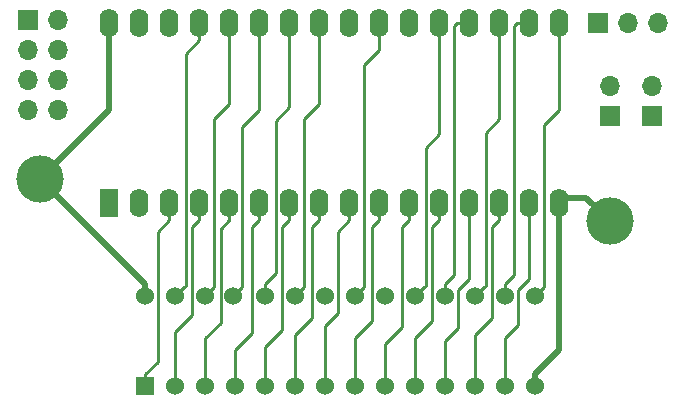
<source format=gbr>
G04 #@! TF.GenerationSoftware,KiCad,Pcbnew,(5.1.5-0-10_14)*
G04 #@! TF.CreationDate,2021-06-10T22:19:53-06:00*
G04 #@! TF.ProjectId,tc531000-tl866-adapter,74633533-3130-4303-902d-746c3836362d,rev?*
G04 #@! TF.SameCoordinates,Original*
G04 #@! TF.FileFunction,Copper,L1,Top*
G04 #@! TF.FilePolarity,Positive*
%FSLAX46Y46*%
G04 Gerber Fmt 4.6, Leading zero omitted, Abs format (unit mm)*
G04 Created by KiCad (PCBNEW (5.1.5-0-10_14)) date 2021-06-10 22:19:53*
%MOMM*%
%LPD*%
G04 APERTURE LIST*
%ADD10O,1.700000X1.700000*%
%ADD11R,1.700000X1.700000*%
%ADD12O,1.600000X2.400000*%
%ADD13R,1.600000X2.400000*%
%ADD14C,1.524000*%
%ADD15R,1.524000X1.524000*%
%ADD16C,4.000000*%
%ADD17C,0.500000*%
%ADD18C,0.250000*%
G04 APERTURE END LIST*
D10*
X163576000Y-65532000D03*
X161036000Y-65532000D03*
D11*
X158496000Y-65532000D03*
D10*
X112776000Y-72898000D03*
X110236000Y-72898000D03*
X112776000Y-70358000D03*
X110236000Y-70358000D03*
X112776000Y-67818000D03*
X110236000Y-67818000D03*
X112776000Y-65278000D03*
D11*
X110236000Y-65278000D03*
D10*
X159512000Y-70866000D03*
D11*
X159512000Y-73406000D03*
D12*
X117094000Y-65532000D03*
X155194000Y-80772000D03*
X119634000Y-65532000D03*
X152654000Y-80772000D03*
X122174000Y-65532000D03*
X150114000Y-80772000D03*
X124714000Y-65532000D03*
X147574000Y-80772000D03*
X127254000Y-65532000D03*
X145034000Y-80772000D03*
X129794000Y-65532000D03*
X142494000Y-80772000D03*
X132334000Y-65532000D03*
X139954000Y-80772000D03*
X134874000Y-65532000D03*
X137414000Y-80772000D03*
X137414000Y-65532000D03*
X134874000Y-80772000D03*
X139954000Y-65532000D03*
X132334000Y-80772000D03*
X142494000Y-65532000D03*
X129794000Y-80772000D03*
X145034000Y-65532000D03*
X127254000Y-80772000D03*
X147574000Y-65532000D03*
X124714000Y-80772000D03*
X150114000Y-65532000D03*
X122174000Y-80772000D03*
X152654000Y-65532000D03*
X119634000Y-80772000D03*
X155194000Y-65532000D03*
D13*
X117094000Y-80772000D03*
D14*
X120142000Y-88646000D03*
X122682000Y-88646000D03*
X125222000Y-88646000D03*
X127635000Y-88646000D03*
X130302000Y-88646000D03*
X132842000Y-88646000D03*
X135382000Y-88646000D03*
X137922000Y-88646000D03*
X140462000Y-88646000D03*
X143002000Y-88646000D03*
X145542000Y-88646000D03*
X148082000Y-88646000D03*
X150622000Y-88646000D03*
X153162000Y-88646000D03*
X153162000Y-96266000D03*
X150622000Y-96266000D03*
X148082000Y-96266000D03*
X145542000Y-96266000D03*
X143002000Y-96266000D03*
X140462000Y-96266000D03*
X137922000Y-96266000D03*
X135382000Y-96266000D03*
X132842000Y-96266000D03*
X130302000Y-96266000D03*
X127762000Y-96266000D03*
X125222000Y-96266000D03*
X122682000Y-96266000D03*
D15*
X120142000Y-96266000D03*
D16*
X159512000Y-82296000D03*
X111252000Y-78740000D03*
D10*
X163068000Y-70866000D03*
D11*
X163068000Y-73406000D03*
D17*
X117094000Y-72898000D02*
X111252000Y-78740000D01*
X117094000Y-65532000D02*
X117094000Y-72898000D01*
X120142000Y-87630000D02*
X120142000Y-88646000D01*
X111252000Y-78740000D02*
X120142000Y-87630000D01*
D18*
X123443999Y-87884001D02*
X122682000Y-88646000D01*
X123588990Y-87739010D02*
X123443999Y-87884001D01*
X123588990Y-68107010D02*
X123588990Y-87739010D01*
X124714000Y-66982000D02*
X123588990Y-68107010D01*
X124714000Y-65532000D02*
X124714000Y-66982000D01*
X125983999Y-87884001D02*
X125983999Y-73660001D01*
X125222000Y-88646000D02*
X125983999Y-87884001D01*
X127254000Y-72390000D02*
X127254000Y-65532000D01*
X125983999Y-73660001D02*
X127254000Y-72390000D01*
X129794000Y-65532000D02*
X129794000Y-72898000D01*
X128396999Y-87884001D02*
X127635000Y-88646000D01*
X128396999Y-74295001D02*
X128396999Y-87884001D01*
X129794000Y-72898000D02*
X128396999Y-74295001D01*
X131208990Y-86661380D02*
X131208990Y-73769010D01*
X130302000Y-87568370D02*
X131208990Y-86661380D01*
X130302000Y-88646000D02*
X130302000Y-87568370D01*
X132334000Y-72644000D02*
X132334000Y-65532000D01*
X131208990Y-73769010D02*
X132334000Y-72644000D01*
X134874000Y-65532000D02*
X134874000Y-72390000D01*
X133603999Y-87884001D02*
X132842000Y-88646000D01*
X133603999Y-73660001D02*
X133603999Y-87884001D01*
X134874000Y-72390000D02*
X133603999Y-73660001D01*
X138683999Y-87884001D02*
X138683999Y-69088001D01*
X137922000Y-88646000D02*
X138683999Y-87884001D01*
X139954000Y-67818000D02*
X139954000Y-65532000D01*
X138683999Y-69088001D02*
X139954000Y-67818000D01*
X145034000Y-65532000D02*
X145034000Y-74930000D01*
X143763999Y-87884001D02*
X143002000Y-88646000D01*
X143908990Y-87739010D02*
X143763999Y-87884001D01*
X143908990Y-76055010D02*
X143908990Y-87739010D01*
X145034000Y-74930000D02*
X143908990Y-76055010D01*
X145542000Y-88646000D02*
X145542000Y-87568370D01*
X145542000Y-87568370D02*
X146303999Y-86806371D01*
X146524000Y-65532000D02*
X147574000Y-65532000D01*
X146303999Y-86806371D02*
X146303999Y-65752001D01*
X146303999Y-65752001D02*
X146524000Y-65532000D01*
X150114000Y-65532000D02*
X150114000Y-73660000D01*
X148843999Y-87884001D02*
X148082000Y-88646000D01*
X148988990Y-74785010D02*
X148988990Y-87739010D01*
X148988990Y-87739010D02*
X148843999Y-87884001D01*
X150114000Y-73660000D02*
X148988990Y-74785010D01*
X151604000Y-65532000D02*
X152654000Y-65532000D01*
X150622000Y-88646000D02*
X150622000Y-87568370D01*
X151383999Y-86806371D02*
X151383999Y-65752001D01*
X150622000Y-87568370D02*
X151383999Y-86806371D01*
X151383999Y-65752001D02*
X151604000Y-65532000D01*
X155194000Y-65532000D02*
X155194000Y-72898000D01*
X153923999Y-87884001D02*
X153162000Y-88646000D01*
X153923999Y-74168001D02*
X153923999Y-87884001D01*
X155194000Y-72898000D02*
X153923999Y-74168001D01*
X150622000Y-96266000D02*
X150622000Y-92202000D01*
X152654000Y-87179240D02*
X152654000Y-82222000D01*
X151709001Y-88124239D02*
X152654000Y-87179240D01*
X151709001Y-91114999D02*
X151709001Y-88124239D01*
X150622000Y-92202000D02*
X151709001Y-91114999D01*
X152654000Y-82222000D02*
X152654000Y-80772000D01*
X148082000Y-96266000D02*
X148082000Y-91948000D01*
X150114000Y-82222000D02*
X150114000Y-80772000D01*
X149534999Y-82801001D02*
X150114000Y-82222000D01*
X149534999Y-90495001D02*
X149534999Y-82801001D01*
X148082000Y-91948000D02*
X149534999Y-90495001D01*
X145542000Y-96266000D02*
X145542000Y-92456000D01*
X147574000Y-82222000D02*
X147574000Y-80772000D01*
X147574000Y-87179240D02*
X147574000Y-82222000D01*
X146629001Y-91368999D02*
X146629001Y-88124239D01*
X146629001Y-88124239D02*
X147574000Y-87179240D01*
X145542000Y-92456000D02*
X146629001Y-91368999D01*
X143002000Y-96266000D02*
X143002000Y-92202000D01*
X145034000Y-82222000D02*
X145034000Y-80772000D01*
X144454999Y-82801001D02*
X145034000Y-82222000D01*
X144454999Y-90749001D02*
X144454999Y-82801001D01*
X143002000Y-92202000D02*
X144454999Y-90749001D01*
X140462000Y-96266000D02*
X140462000Y-92710000D01*
X142494000Y-82222000D02*
X142494000Y-80772000D01*
X141914999Y-91257001D02*
X141914999Y-82801001D01*
X141914999Y-82801001D02*
X142494000Y-82222000D01*
X140462000Y-92710000D02*
X141914999Y-91257001D01*
X137922000Y-96266000D02*
X137922000Y-92202000D01*
X139954000Y-82222000D02*
X139954000Y-80772000D01*
X139374999Y-90749001D02*
X139374999Y-82801001D01*
X139374999Y-82801001D02*
X139954000Y-82222000D01*
X137922000Y-92202000D02*
X139374999Y-90749001D01*
X135382000Y-96266000D02*
X135382000Y-91186000D01*
X136469001Y-83166999D02*
X137414000Y-82222000D01*
X136469001Y-90098999D02*
X136469001Y-83166999D01*
X137414000Y-82222000D02*
X137414000Y-80772000D01*
X135382000Y-91186000D02*
X136469001Y-90098999D01*
X132842000Y-96266000D02*
X132842000Y-91948000D01*
X134294999Y-82801001D02*
X134874000Y-82222000D01*
X134294999Y-90495001D02*
X134294999Y-82801001D01*
X134874000Y-82222000D02*
X134874000Y-80772000D01*
X132842000Y-91948000D02*
X134294999Y-90495001D01*
X130302000Y-96266000D02*
X130302000Y-92964000D01*
X132334000Y-82222000D02*
X132334000Y-80772000D01*
X131754999Y-82801001D02*
X132334000Y-82222000D01*
X131754999Y-91511001D02*
X131754999Y-82801001D01*
X130302000Y-92964000D02*
X131754999Y-91511001D01*
X127762000Y-96266000D02*
X127762000Y-93218000D01*
X129794000Y-82222000D02*
X129794000Y-80772000D01*
X129214999Y-82801001D02*
X129794000Y-82222000D01*
X129214999Y-91765001D02*
X129214999Y-82801001D01*
X127762000Y-93218000D02*
X129214999Y-91765001D01*
X125222000Y-96266000D02*
X125222000Y-92202000D01*
X127254000Y-82222000D02*
X127254000Y-80772000D01*
X126547999Y-82928001D02*
X127254000Y-82222000D01*
X126547999Y-90876001D02*
X126547999Y-82928001D01*
X125222000Y-92202000D02*
X126547999Y-90876001D01*
X122682000Y-96266000D02*
X122682000Y-91694000D01*
X124134999Y-82801001D02*
X124714000Y-82222000D01*
X124134999Y-90241001D02*
X124134999Y-82801001D01*
X124714000Y-82222000D02*
X124714000Y-80772000D01*
X122682000Y-91694000D02*
X124134999Y-90241001D01*
X121229001Y-83166999D02*
X122174000Y-82222000D01*
X121229001Y-94166999D02*
X121229001Y-83166999D01*
X120142000Y-95254000D02*
X121229001Y-94166999D01*
X122174000Y-82222000D02*
X122174000Y-80772000D01*
X120142000Y-96266000D02*
X120142000Y-95254000D01*
D17*
X155194000Y-82472000D02*
X155194000Y-80772000D01*
X155194000Y-93156370D02*
X155194000Y-82472000D01*
X153162000Y-95188370D02*
X155194000Y-93156370D01*
X153162000Y-96266000D02*
X153162000Y-95188370D01*
X155669999Y-80296001D02*
X155194000Y-80772000D01*
X157512001Y-80296001D02*
X155669999Y-80296001D01*
X159512000Y-82296000D02*
X157512001Y-80296001D01*
M02*

</source>
